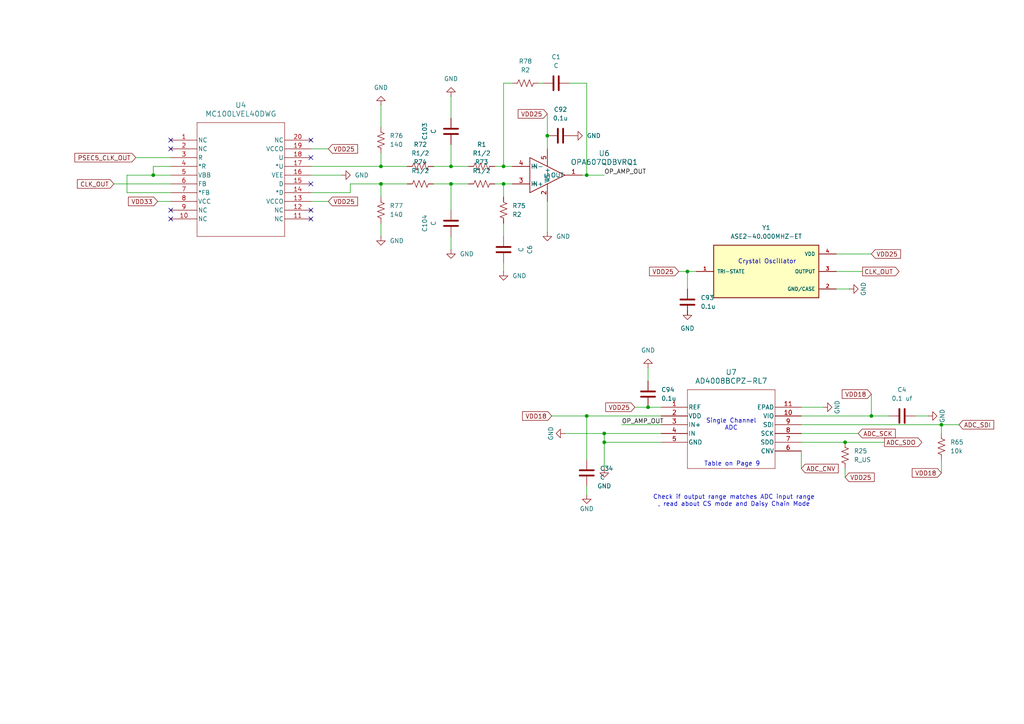
<source format=kicad_sch>
(kicad_sch (version 20231120) (generator "eeschema") (generator_version "8.0")
  (paper "A4")
  (lib_symbols
    (symbol "2024-09-19_16-57-49:OPA607QDBVRQ1" (pin_names (offset 0.254))
      (property "Reference" "U6" (at 26.67 3.7786 0))
      (property "Value" "OPA607QDBVRQ1" (at 26.67 1.2386 0))
      (symbol "OPA607QDBVRQ1_0_1"
        (polyline (pts (xy 5.08 -7.62) (xy 5.08 2.54)) (stroke (width 0.2032)))
        (polyline (pts (xy 5.08 -7.62) (xy 15.24 -2.54)) (stroke (width 0.2032)))
        (polyline (pts (xy 5.08 2.54) (xy 15.24 -2.54)) (stroke (width 0.2032)))
        (polyline (pts (xy 5.842 -5.08) (xy 6.858 -5.08)) (stroke (width 0.2032)))
        (polyline (pts (xy 5.842 0) (xy 6.858 0)) (stroke (width 0.2032)))
        (polyline (pts (xy 6.35 -4.572) (xy 6.35 -5.588)) (stroke (width 0.2032)))
        (pin unspecified line (at 20.32 -2.54 180) (length 5.08) (name "OUT") (number "1"))
        (pin power_in line (at 10.16 -10.16 90) (length 5.08) (name "VS-") (number "2"))
        (pin input line (at 0 -5.08 0) (length 5.08) (name "IN+") (number "3"))
        (pin tri_state line (at 0 0 0) (length 5.08) (name "IN-") (number "4"))
        (pin input line (at 10.16 5.08 270) (length 5.08) (name "VS+") (number "5"))
      )
    )
    (symbol "2024-10-12_17-30-36:AD4008BCPZ-RL7" (pin_names (offset 0.254))
      (property "Reference" "U7" (at 20.32 10.16 0))
      (property "Value" "AD4008BCPZ-RL7" (at 20.32 7.62 0))
      (symbol "AD4008BCPZ-RL7_0_1"
        (polyline (pts (xy 7.62 -17.78) (xy 33.02 -17.78)) (stroke (width 0.127)))
        (polyline (pts (xy 7.62 5.08) (xy 7.62 -17.78)) (stroke (width 0.127)))
        (polyline (pts (xy 33.02 -17.78) (xy 33.02 5.08)) (stroke (width 0.127)))
        (polyline (pts (xy 33.02 5.08) (xy 7.62 5.08)) (stroke (width 0.127)))
        (pin unspecified line (at 0 0 0) (length 7.62) (name "REF") (number "1"))
        (pin unspecified line (at 40.64 -2.54 180) (length 7.62) (name "VIO") (number "10"))
        (pin unspecified line (at 40.64 0 180) (length 7.62) (name "EPAD") (number "11"))
        (pin input line (at 0 -2.54 0) (length 7.62) (name "VDD") (number "2"))
        (pin input line (at 0 -5.08 0) (length 7.62) (name "IN+") (number "3"))
        (pin unspecified line (at 0 -7.62 0) (length 7.62) (name "IN") (number "4"))
        (pin power_out line (at 0 -10.16 0) (length 7.62) (name "GND") (number "5"))
        (pin unspecified line (at 40.64 -12.7 180) (length 7.62) (name "CNV") (number "6"))
        (pin unspecified line (at 40.64 -10.16 180) (length 7.62) (name "SDO") (number "7"))
        (pin unspecified line (at 40.64 -7.62 180) (length 7.62) (name "SCK") (number "8"))
        (pin unspecified line (at 40.64 -5.08 180) (length 7.62) (name "SDI") (number "9"))
      )
    )
    (symbol "ASE2-40.000MHZ-ET:ASE2-40.000MHZ-ET" (pin_names (offset 1.016))
      (property "Reference" "Y1" (at 0 12.7 0))
      (property "Value" "ASE2-40.000MHZ-ET" (at 0 10.16 0))
      (symbol "ASE2-40.000MHZ-ET_0_0"
        (rectangle (start -15.24 -7.62) (end 15.24 7.62) (stroke (width 0.254)) (fill (type background)))
        (pin passive line (at -20.32 0 0) (length 5.08) (name "TRI-STATE") (number "1"))
        (pin power_in line (at 20.32 -5.08 180) (length 5.08) (name "GND/CASE") (number "2"))
        (pin output line (at 20.32 0 180) (length 5.08) (name "OUTPUT") (number "3"))
        (pin input line (at 20.32 5.08 180) (length 5.08) (name "VDD") (number "4"))
      )
    )
    (symbol "Device:C" (pin_numbers hide) (pin_names (offset 0.254))
      (property "Reference" "C" (at 0.635 2.54 0))
      (property "Value" "C" (at 0.635 -2.54 0))
      (symbol "C_0_1"
        (polyline (pts (xy -2.032 -0.762) (xy 2.032 -0.762)) (stroke (width 0.508)))
        (polyline (pts (xy -2.032 0.762) (xy 2.032 0.762)) (stroke (width 0.508)))
      )
      (symbol "C_1_1"
        (pin passive line (at 0 3.81 270) (length 2.794) (name "~") (number "1"))
        (pin passive line (at 0 -3.81 90) (length 2.794) (name "~") (number "2"))
      )
    )
    (symbol "Device:R_US" (pin_numbers hide) (pin_names (offset 0))
      (property "Reference" "R" (at 2.54 0 90))
      (property "Value" "R_US" (at -2.54 0 90))
      (symbol "R_US_0_1"
        (polyline (pts (xy 0 -2.286) (xy 0 -2.54)))
        (polyline (pts (xy 0 2.286) (xy 0 2.54)))
        (polyline (pts (xy 0 -0.762) (xy 1.016 -1.143) (xy 0 -1.524) (xy -1.016 -1.905) (xy 0 -2.286)))
        (polyline (pts (xy 0 0.762) (xy 1.016 0.381) (xy 0 0) (xy -1.016 -0.381) (xy 0 -0.762)))
        (polyline (pts (xy 0 2.286) (xy 1.016 1.905) (xy 0 1.524) (xy -1.016 1.143) (xy 0 0.762)))
      )
      (symbol "R_US_1_1"
        (pin passive line (at 0 3.81 270) (length 1.27) (name "~") (number "1"))
        (pin passive line (at 0 -3.81 90) (length 1.27) (name "~") (number "2"))
      )
    )
    (symbol "MC100LVEL40DWG_B:MC100LVEL40DWG" (pin_names (offset 0.254))
      (property "Reference" "U" (at 20.32 10.16 0))
      (property "Value" "MC100LVEL40DWG" (at 20.32 7.62 0))
      (symbol "MC100LVEL40DWG_0_1"
        (polyline (pts (xy 7.62 -27.94) (xy 33.02 -27.94)) (stroke (width 0.127)))
        (polyline (pts (xy 7.62 5.08) (xy 7.62 -27.94)) (stroke (width 0.127)))
        (polyline (pts (xy 33.02 -27.94) (xy 33.02 5.08)) (stroke (width 0.127)))
        (polyline (pts (xy 33.02 5.08) (xy 7.62 5.08)) (stroke (width 0.127)))
        (pin no_connect line (at 0 0 0) (length 7.62) (name "NC") (number "1"))
        (pin no_connect line (at 0 -22.86 0) (length 7.62) (name "NC") (number "10"))
        (pin no_connect line (at 40.64 -22.86 180) (length 7.62) (name "NC") (number "11"))
        (pin no_connect line (at 40.64 -20.32 180) (length 7.62) (name "NC") (number "12"))
        (pin power_in line (at 40.64 -17.78 180) (length 7.62) (name "VCCO") (number "13"))
        (pin output line (at 40.64 -15.24 180) (length 7.62) (name "*D") (number "14"))
        (pin output line (at 40.64 -12.7 180) (length 7.62) (name "D") (number "15"))
        (pin power_in line (at 40.64 -10.16 180) (length 7.62) (name "VEE") (number "16"))
        (pin output line (at 40.64 -7.62 180) (length 7.62) (name "*U") (number "17"))
        (pin output line (at 40.64 -5.08 180) (length 7.62) (name "U") (number "18"))
        (pin power_in line (at 40.64 -2.54 180) (length 7.62) (name "VCCO") (number "19"))
        (pin no_connect line (at 0 -2.54 0) (length 7.62) (name "NC") (number "2"))
        (pin no_connect line (at 40.64 0 180) (length 7.62) (name "NC") (number "20"))
        (pin input line (at 0 -5.08 0) (length 7.62) (name "R") (number "3"))
        (pin input line (at 0 -7.62 0) (length 7.62) (name "*R") (number "4"))
        (pin power_in line (at 0 -10.16 0) (length 7.62) (name "VBB") (number "5"))
        (pin input line (at 0 -12.7 0) (length 7.62) (name "FB") (number "6"))
        (pin input line (at 0 -15.24 0) (length 7.62) (name "*FB") (number "7"))
        (pin power_in line (at 0 -17.78 0) (length 7.62) (name "VCC") (number "8"))
        (pin no_connect line (at 0 -20.32 0) (length 7.62) (name "NC") (number "9"))
      )
    )
    (symbol "power:GND" (power) (pin_numbers hide) (pin_names (offset 0) hide)
      (property "Value" "GND" (at 0 -3.81 0))
      (symbol "GND_0_1"
        (polyline (pts (xy 0 0) (xy 0 -1.27) (xy 1.27 -1.27) (xy 0 -2.54) (xy -1.27 -1.27) (xy 0 -1.27)))
      )
      (symbol "GND_1_1"
        (pin power_in line (at 0 0 270) (length 0) (name "~") (number "1"))
      )
    )
  )
  (junction (at 158.75 39.37))
  (junction (at 199.39 78.74))
  (junction (at 170.18 50.8))
  (junction (at 175.26 125.73))
  (junction (at 130.81 53.34))
  (junction (at 130.81 48.26))
  (junction (at 187.96 118.11))
  (junction (at 245.11 128.27))
  (junction (at 110.49 53.34))
  (junction (at 110.49 48.26))
  (junction (at 44.45 50.8))
  (junction (at 170.18 120.65))
  (junction (at 273.05 123.19))
  (junction (at 146.05 48.26))
  (junction (at 252.73 120.65))
  (junction (at 146.05 53.34))
  (junction (at 175.26 128.27))
  (no_connect (at 90.17 53.34))
  (no_connect (at 49.53 63.5))
  (no_connect (at 90.17 40.64))
  (no_connect (at 90.17 63.5))
  (no_connect (at 90.17 45.72))
  (no_connect (at 90.17 60.96))
  (no_connect (at 49.53 40.64))
  (no_connect (at 49.53 60.96))
  (no_connect (at 49.53 43.18))
  (wire (pts (xy 158.75 39.37) (xy 158.75 43.18)))
  (wire (pts (xy 39.37 45.72) (xy 49.53 45.72)))
  (wire (pts (xy 110.49 53.34) (xy 110.49 57.15)))
  (wire (pts (xy 232.41 120.65) (xy 252.73 120.65)))
  (wire (pts (xy 146.05 24.13) (xy 148.59 24.13)))
  (wire (pts (xy 232.41 125.73) (xy 248.92 125.73)))
  (wire (pts (xy 170.18 120.65) (xy 191.77 120.65)))
  (wire (pts (xy 110.49 53.34) (xy 118.11 53.34)))
  (wire (pts (xy 143.51 48.26) (xy 146.05 48.26)))
  (wire (pts (xy 130.81 68.58) (xy 130.81 72.39)))
  (wire (pts (xy 273.05 123.19) (xy 278.13 123.19)))
  (wire (pts (xy 187.96 118.11) (xy 191.77 118.11)))
  (wire (pts (xy 199.39 78.74) (xy 201.93 78.74)))
  (wire (pts (xy 187.96 106.68) (xy 187.96 110.49)))
  (wire (pts (xy 168.91 50.8) (xy 170.18 50.8)))
  (wire (pts (xy 146.05 53.34) (xy 148.59 53.34)))
  (wire (pts (xy 130.81 27.94) (xy 130.81 34.29)))
  (wire (pts (xy 90.17 58.42) (xy 95.25 58.42)))
  (wire (pts (xy 242.57 73.66) (xy 252.73 73.66)))
  (wire (pts (xy 199.39 83.82) (xy 199.39 78.74)))
  (wire (pts (xy 90.17 55.88) (xy 101.6 55.88)))
  (wire (pts (xy 90.17 50.8) (xy 99.06 50.8)))
  (wire (pts (xy 163.83 125.73) (xy 175.26 125.73)))
  (wire (pts (xy 101.6 53.34) (xy 110.49 53.34)))
  (wire (pts (xy 252.73 120.65) (xy 257.81 120.65)))
  (wire (pts (xy 175.26 128.27) (xy 175.26 135.89)))
  (wire (pts (xy 130.81 48.26) (xy 135.89 48.26)))
  (wire (pts (xy 265.43 120.65) (xy 269.24 120.65)))
  (wire (pts (xy 110.49 64.77) (xy 110.49 68.58)))
  (wire (pts (xy 232.41 128.27) (xy 245.11 128.27)))
  (wire (pts (xy 158.75 33.02) (xy 158.75 39.37)))
  (wire (pts (xy 273.05 133.35) (xy 273.05 137.16)))
  (wire (pts (xy 130.81 53.34) (xy 135.89 53.34)))
  (wire (pts (xy 196.85 78.74) (xy 199.39 78.74)))
  (wire (pts (xy 143.51 53.34) (xy 146.05 53.34)))
  (wire (pts (xy 170.18 140.97) (xy 170.18 143.51)))
  (wire (pts (xy 146.05 76.2) (xy 146.05 78.74)))
  (wire (pts (xy 184.15 118.11) (xy 187.96 118.11)))
  (wire (pts (xy 125.73 53.34) (xy 130.81 53.34)))
  (wire (pts (xy 175.26 128.27) (xy 191.77 128.27)))
  (wire (pts (xy 90.17 43.18) (xy 95.25 43.18)))
  (wire (pts (xy 125.73 48.26) (xy 130.81 48.26)))
  (wire (pts (xy 49.53 55.88) (xy 36.83 55.88)))
  (wire (pts (xy 242.57 83.82) (xy 246.38 83.82)))
  (wire (pts (xy 110.49 48.26) (xy 118.11 48.26)))
  (wire (pts (xy 90.17 48.26) (xy 110.49 48.26)))
  (wire (pts (xy 146.05 53.34) (xy 146.05 57.15)))
  (wire (pts (xy 160.02 120.65) (xy 170.18 120.65)))
  (wire (pts (xy 170.18 24.13) (xy 170.18 50.8)))
  (wire (pts (xy 175.26 128.27) (xy 175.26 125.73)))
  (wire (pts (xy 245.11 135.89) (xy 245.11 138.43)))
  (wire (pts (xy 156.21 24.13) (xy 157.48 24.13)))
  (wire (pts (xy 130.81 53.34) (xy 130.81 60.96)))
  (wire (pts (xy 36.83 50.8) (xy 44.45 50.8)))
  (wire (pts (xy 110.49 30.48) (xy 110.49 36.83)))
  (wire (pts (xy 44.45 48.26) (xy 44.45 50.8)))
  (wire (pts (xy 49.53 48.26) (xy 44.45 48.26)))
  (wire (pts (xy 252.73 114.3) (xy 252.73 120.65)))
  (wire (pts (xy 273.05 125.73) (xy 273.05 123.19)))
  (wire (pts (xy 165.1 24.13) (xy 170.18 24.13)))
  (wire (pts (xy 44.45 50.8) (xy 49.53 50.8)))
  (wire (pts (xy 245.11 128.27) (xy 256.54 128.27)))
  (wire (pts (xy 33.02 53.34) (xy 49.53 53.34)))
  (wire (pts (xy 232.41 123.19) (xy 273.05 123.19)))
  (wire (pts (xy 146.05 48.26) (xy 148.59 48.26)))
  (wire (pts (xy 45.72 58.42) (xy 49.53 58.42)))
  (wire (pts (xy 36.83 55.88) (xy 36.83 50.8)))
  (wire (pts (xy 146.05 64.77) (xy 146.05 68.58)))
  (wire (pts (xy 180.34 123.19) (xy 191.77 123.19)))
  (wire (pts (xy 110.49 44.45) (xy 110.49 48.26)))
  (wire (pts (xy 130.81 41.91) (xy 130.81 48.26)))
  (wire (pts (xy 199.39 91.44) (xy 199.39 90.17)))
  (wire (pts (xy 101.6 55.88) (xy 101.6 53.34)))
  (wire (pts (xy 175.26 125.73) (xy 191.77 125.73)))
  (wire (pts (xy 170.18 50.8) (xy 175.26 50.8)))
  (wire (pts (xy 242.57 78.74) (xy 250.19 78.74)))
  (wire (pts (xy 170.18 120.65) (xy 170.18 133.35)))
  (wire (pts (xy 158.75 67.31) (xy 158.75 58.42)))
  (wire (pts (xy 232.41 130.81) (xy 232.41 135.89)))
  (wire (pts (xy 146.05 24.13) (xy 146.05 48.26)))
  (wire (pts (xy 232.41 118.11) (xy 238.76 118.11)))
  (text "Single Channel\nADC" (at 212.09 123.19 0) (effects (font (size 1.27 1.27))))
  (text "Table on Page 9" (at 212.344 134.62 0) (effects (font (size 1.27 1.27))))
  (text "Check if output range matches ADC input range\n, read about CS mode and Daisy Chain Mode" (at 212.852 145.288 0) (effects (font (size 1.27 1.27))))
  (text "Crystal Oscillator\n" (at 222.504 75.946 0) (effects (font (size 1.27 1.27))))
  (label "OP_AMP_OUT" (at 175.26 50.8 0))
  (label "OP_AMP_OUT" (at 180.34 123.19 0))
  (global_label "VDD25" (shape input) (at 158.75 33.02 180) (property "Intersheetrefs" "${INTERSHEET_REFS}" (effects (hide yes))))
  (global_label "VDD25" (shape input) (at 95.25 58.42 0) (property "Intersheetrefs" "${INTERSHEET_REFS}" (effects (hide yes))))
  (global_label "ADC_CNV" (shape input) (at 232.41 135.89 0) (property "Intersheetrefs" "${INTERSHEET_REFS}" (effects (hide yes))))
  (global_label "CLK_OUT" (shape output) (at 250.19 78.74 0) (property "Intersheetrefs" "${INTERSHEET_REFS}" (effects (hide yes))))
  (global_label "VDD25" (shape input) (at 95.25 43.18 0) (property "Intersheetrefs" "${INTERSHEET_REFS}" (effects (hide yes))))
  (global_label "VDD25" (shape input) (at 245.11 138.43 0) (property "Intersheetrefs" "${INTERSHEET_REFS}" (effects (hide yes))))
  (global_label "CLK_OUT" (shape input) (at 33.02 53.34 180) (property "Intersheetrefs" "${INTERSHEET_REFS}" (effects (hide yes))))
  (global_label "ADC_SDI" (shape input) (at 278.13 123.19 0) (property "Intersheetrefs" "${INTERSHEET_REFS}" (effects (hide yes))))
  (global_label "PSEC5_CLK_OUT" (shape input) (at 39.37 45.72 180) (property "Intersheetrefs" "${INTERSHEET_REFS}" (effects (hide yes))))
  (global_label "VDD25" (shape input) (at 184.15 118.11 180) (property "Intersheetrefs" "${INTERSHEET_REFS}" (effects (hide yes))))
  (global_label "ADC_SDO" (shape output) (at 256.54 128.27 0) (property "Intersheetrefs" "${INTERSHEET_REFS}" (effects (hide yes))))
  (global_label "VDD25" (shape input) (at 252.73 73.66 0) (property "Intersheetrefs" "${INTERSHEET_REFS}" (effects (hide yes))))
  (global_label "VDD33" (shape input) (at 45.72 58.42 180) (property "Intersheetrefs" "${INTERSHEET_REFS}" (effects (hide yes))))
  (global_label "VDD18" (shape input) (at 252.73 114.3 180) (property "Intersheetrefs" "${INTERSHEET_REFS}" (effects (hide yes))))
  (global_label "VDD25" (shape input) (at 196.85 78.74 180) (property "Intersheetrefs" "${INTERSHEET_REFS}" (effects (hide yes))))
  (global_label "VDD18" (shape input) (at 160.02 120.65 180) (property "Intersheetrefs" "${INTERSHEET_REFS}" (effects (hide yes))))
  (global_label "VDD18" (shape input) (at 273.05 137.16 180) (property "Intersheetrefs" "${INTERSHEET_REFS}" (effects (hide yes))))
  (global_label "ADC_SCK" (shape input) (at 248.92 125.73 0) (property "Intersheetrefs" "${INTERSHEET_REFS}" (effects (hide yes))))
  (symbol (lib_id "power:GND") (at 130.81 27.94 180) (unit 1)
    (property "Reference" "#PWR0100" (effects (hide yes)))
    (property "Value" "GND" (at 130.81 22.86 0))
    (property "Description" "Power symbol creates a global label with name \"GND\" , ground" (effects (hide yes)))
  )
  (symbol (lib_id "Device:R_US") (at 245.11 132.08 180) (unit 1)
    (property "Reference" "R25" (at 247.65 130.8099 0) (effects (justify right)))
    (property "Value" "R_US" (at 247.65 133.3499 0) (effects (justify right)))
    (property "Footprint" "Capacitor_SMD:C_0603_1608Metric" (effects (hide yes)))
    (property "Description" "Resistor, US symbol" (effects (hide yes)))
  )
  (symbol (lib_id "ASE2-40.000MHZ-ET:ASE2-40.000MHZ-ET") (at 222.25 78.74 0) (unit 1)
    (property "Reference" "Y1" (at 222.25 66.04 0))
    (property "Value" "ASE2-40.000MHZ-ET" (at 222.25 68.58 0))
    (property "Footprint" "ASE2_40_000MHZ_E_T:XTAL_ASE2-40.000MHZ-ET" (effects (hide yes)))
    (property "PARTREV" "08.06.14" (effects (hide yes)))
    (property "STANDARD" "Manufacturer Recommendations" (effects (hide yes)))
    (property "SNAPEDA_PN" "ASE2-40.000MHZ-ET" (effects (hide yes)))
    (property "MAXIMUM_PACKAGE_HEIGHT" "1.2 mm" (effects (hide yes)))
    (property "MANUFACTURER" "Abracon" (effects (hide yes)))
  )
  (symbol (lib_id "Device:R_US") (at 121.92 48.26 270) (unit 1)
    (property "Reference" "R72" (at 121.92 41.91 90))
    (property "Value" "R1/2" (at 121.92 44.45 90))
    (property "Footprint" "Resistor_SMD:R_0603_1608Metric" (effects (hide yes)))
    (property "Description" "Resistor, US symbol" (effects (hide yes)))
  )
  (symbol (lib_id "power:GND") (at 187.96 106.68 180) (unit 1)
    (property "Reference" "#PWR091" (effects (hide yes)))
    (property "Value" "GND" (at 187.96 101.6 0))
    (property "Description" "Power symbol creates a global label with name \"GND\" , ground" (effects (hide yes)))
  )
  (symbol (lib_id "power:GND") (at 175.26 135.89 0) (unit 1)
    (property "Reference" "#PWR021" (effects (hide yes)))
    (property "Value" "GND" (at 175.26 140.97 0))
    (property "Description" "Power symbol creates a global label with name \"GND\" , ground" (effects (hide yes)))
  )
  (symbol (lib_id "power:GND") (at 158.75 67.31 0) (unit 1)
    (property "Reference" "#PWR043" (effects (hide yes)))
    (property "Value" "GND" (at 161.29 68.5799 0) (effects (justify left)))
    (property "Description" "Power symbol creates a global label with name \"GND\" , ground" (effects (hide yes)))
  )
  (symbol (lib_id "Device:R_US") (at 139.7 53.34 270) (unit 1)
    (property "Reference" "R73" (at 139.7 46.99 90))
    (property "Value" "R1/2" (at 139.7 49.53 90))
    (property "Footprint" "Resistor_SMD:R_0603_1608Metric" (effects (hide yes)))
    (property "Description" "Resistor, US symbol" (effects (hide yes)))
  )
  (symbol (lib_id "2024-10-12_17-30-36:AD4008BCPZ-RL7") (at 191.77 118.11 0) (unit 1)
    (property "Reference" "U7" (at 212.09 107.95 0) (effects (font (size 1.524 1.524))))
    (property "Value" "AD4008BCPZ-RL7" (at 212.09 110.49 0) (effects (font (size 1.524 1.524))))
    (property "Footprint" "AD4008BCPZ-RL7:CP_10_9_ADI" (effects (hide yes)))
    (property "Datasheet" "AD4008BCPZ-RL7" (effects (hide yes)))
  )
  (symbol (lib_id "power:GND") (at 170.18 143.51 0) (unit 1)
    (property "Reference" "#PWR022" (effects (hide yes)))
    (property "Value" "GND" (at 170.18 147.574 0))
    (property "Description" "Power symbol creates a global label with name \"GND\" , ground" (effects (hide yes)))
  )
  (symbol (lib_id "MC100LVEL40DWG_B:MC100LVEL40DWG") (at 49.53 40.64 0) (unit 1)
    (property "Reference" "U4" (at 69.85 30.48 0) (effects (font (size 1.524 1.524))))
    (property "Value" "MC100LVEL40DWG" (at 69.85 33.02 0) (effects (font (size 1.524 1.524))))
    (property "Footprint" "MC100LVEL40DWG:SOP65P640X120-20N" (effects (hide yes)))
    (property "Datasheet" "MC100LVEL40DWG" (effects (hide yes)))
  )
  (symbol (lib_id "power:GND") (at 246.38 83.82 90) (unit 1)
    (property "Reference" "#PWR039" (effects (hide yes)))
    (property "Value" "GND" (at 250.444 83.82 0))
    (property "Description" "Power symbol creates a global label with name \"GND\" , ground" (effects (hide yes)))
  )
  (symbol (lib_id "power:GND") (at 130.81 72.39 0) (unit 1)
    (property "Reference" "#PWR096" (effects (hide yes)))
    (property "Value" "GND" (at 133.35 73.6599 0) (effects (justify left)))
    (property "Description" "Power symbol creates a global label with name \"GND\" , ground" (effects (hide yes)))
  )
  (symbol (lib_id "power:GND") (at 238.76 118.11 90) (unit 1)
    (property "Reference" "#PWR086" (effects (hide yes)))
    (property "Value" "GND" (at 242.824 118.11 0))
    (property "Description" "Power symbol creates a global label with name \"GND\" , ground" (effects (hide yes)))
  )
  (symbol (lib_id "Device:C") (at 130.81 38.1 0) (unit 1)
    (property "Reference" "C103" (at 123.19 38.1 90))
    (property "Value" "C" (at 125.73 38.1 90))
    (property "Footprint" "Capacitor_SMD:C_0603_1608Metric" (effects (hide yes)))
    (property "Description" "Unpolarized capacitor" (effects (hide yes)))
  )
  (symbol (lib_id "Device:C") (at 261.62 120.65 270) (unit 1)
    (property "Reference" "C4" (at 261.62 113.03 90))
    (property "Value" "0.1 uf" (at 261.62 115.57 90))
    (property "Footprint" "Capacitor_SMD:C_0603_1608Metric" (effects (hide yes)))
    (property "Description" "Unpolarized capacitor" (effects (hide yes)))
  )
  (symbol (lib_id "Device:C") (at 170.18 137.16 0) (unit 1)
    (property "Reference" "C34" (at 173.99 135.8899 0) (effects (justify left)))
    (property "Value" "C" (at 173.99 138.4299 0) (effects (justify left)))
    (property "Footprint" "Capacitor_SMD:C_0603_1608Metric" (effects (hide yes)))
    (property "Description" "Unpolarized capacitor" (effects (hide yes)))
  )
  (symbol (lib_id "power:GND") (at 99.06 50.8 90) (unit 1)
    (property "Reference" "#PWR041" (effects (hide yes)))
    (property "Value" "GND" (at 102.87 50.7999 90) (effects (justify right)))
    (property "Description" "Power symbol creates a global label with name \"GND\" , ground" (effects (hide yes)))
  )
  (symbol (lib_id "Device:R_US") (at 146.05 60.96 180) (unit 1)
    (property "Reference" "R75" (at 148.59 59.6899 0) (effects (justify right)))
    (property "Value" "R2" (at 148.59 62.2299 0) (effects (justify right)))
    (property "Footprint" "Resistor_SMD:R_0603_1608Metric" (effects (hide yes)))
    (property "Description" "Resistor, US symbol" (effects (hide yes)))
  )
  (symbol (lib_id "Device:C") (at 161.29 24.13 270) (unit 1)
    (property "Reference" "C1" (at 161.29 16.51 90))
    (property "Value" "C" (at 161.29 19.05 90))
    (property "Footprint" "Capacitor_SMD:C_0603_1608Metric" (effects (hide yes)))
    (property "Description" "Unpolarized capacitor" (effects (hide yes)))
  )
  (symbol (lib_id "Device:C") (at 187.96 114.3 180) (unit 1)
    (property "Reference" "C94" (at 191.77 113.0299 0) (effects (justify right)))
    (property "Value" "0.1u" (at 191.77 115.5699 0) (effects (justify right)))
    (property "Footprint" "Capacitor_SMD:C_0603_1608Metric" (effects (hide yes)))
    (property "Description" "Unpolarized capacitor" (effects (hide yes)))
  )
  (symbol (lib_id "power:GND") (at 269.24 120.65 90) (unit 1)
    (property "Reference" "#PWR085" (effects (hide yes)))
    (property "Value" "GND" (at 273.304 120.65 0))
    (property "Description" "Power symbol creates a global label with name \"GND\" , ground" (effects (hide yes)))
  )
  (symbol (lib_id "power:GND") (at 163.83 125.73 270) (unit 1)
    (property "Reference" "#PWR089" (effects (hide yes)))
    (property "Value" "GND" (at 159.766 125.73 0))
    (property "Description" "Power symbol creates a global label with name \"GND\" , ground" (effects (hide yes)))
  )
  (symbol (lib_id "Device:R_US") (at 139.7 48.26 270) (unit 1)
    (property "Reference" "R1" (at 139.7 41.91 90))
    (property "Value" "R1/2" (at 139.7 44.45 90))
    (property "Footprint" "Resistor_SMD:R_0603_1608Metric" (effects (hide yes)))
    (property "Description" "Resistor, US symbol" (effects (hide yes)))
  )
  (symbol (lib_id "power:GND") (at 110.49 30.48 180) (unit 1)
    (property "Reference" "#PWR0109" (effects (hide yes)))
    (property "Value" "GND" (at 110.49 25.4 0))
    (property "Description" "Power symbol creates a global label with name \"GND\" , ground" (effects (hide yes)))
  )
  (symbol (lib_id "Device:C") (at 130.81 64.77 0) (unit 1)
    (property "Reference" "C104" (at 123.19 64.77 90))
    (property "Value" "C" (at 125.73 64.77 90))
    (property "Footprint" "Capacitor_SMD:C_0603_1608Metric" (effects (hide yes)))
    (property "Description" "Unpolarized capacitor" (effects (hide yes)))
  )
  (symbol (lib_id "power:GND") (at 166.37 39.37 90) (unit 1)
    (property "Reference" "#PWR04" (effects (hide yes)))
    (property "Value" "GND" (at 170.18 39.3699 90) (effects (justify right)))
    (property "Description" "Power symbol creates a global label with name \"GND\" , ground" (effects (hide yes)))
  )
  (symbol (lib_id "Device:C") (at 199.39 87.63 180) (unit 1)
    (property "Reference" "C93" (at 203.2 86.3599 0) (effects (justify right)))
    (property "Value" "0.1u" (at 203.2 88.8999 0) (effects (justify right)))
    (property "Footprint" "Capacitor_SMD:C_0603_1608Metric" (effects (hide yes)))
    (property "Description" "Unpolarized capacitor" (effects (hide yes)))
  )
  (symbol (lib_id "Device:R_US") (at 110.49 60.96 180) (unit 1)
    (property "Reference" "R77" (at 113.03 59.6899 0) (effects (justify right)))
    (property "Value" "140" (at 113.03 62.2299 0) (effects (justify right)))
    (property "Footprint" "Resistor_SMD:R_0603_1608Metric" (effects (hide yes)))
    (property "Description" "Resistor, US symbol" (effects (hide yes)))
  )
  (symbol (lib_id "Device:C") (at 162.56 39.37 270) (unit 1)
    (property "Reference" "C92" (at 162.56 31.75 90))
    (property "Value" "0.1u" (at 162.56 34.29 90))
    (property "Footprint" "Capacitor_SMD:C_0603_1608Metric" (effects (hide yes)))
    (property "Description" "Unpolarized capacitor" (effects (hide yes)))
  )
  (symbol (lib_id "power:GND") (at 110.49 68.58 0) (unit 1)
    (property "Reference" "#PWR0108" (effects (hide yes)))
    (property "Value" "GND" (at 113.03 69.8499 0) (effects (justify left)))
    (property "Description" "Power symbol creates a global label with name \"GND\" , ground" (effects (hide yes)))
  )
  (symbol (lib_id "Device:R_US") (at 121.92 53.34 270) (unit 1)
    (property "Reference" "R74" (at 121.92 46.99 90))
    (property "Value" "R1/2" (at 121.92 49.53 90))
    (property "Footprint" "Resistor_SMD:R_0603_1608Metric" (effects (hide yes)))
    (property "Description" "Resistor, US symbol" (effects (hide yes)))
  )
  (symbol (lib_id "Device:R_US") (at 152.4 24.13 270) (unit 1)
    (property "Reference" "R78" (at 152.4 17.78 90))
    (property "Value" "R2" (at 152.4 20.32 90))
    (property "Footprint" "Resistor_SMD:R_0603_1608Metric" (effects (hide yes)))
    (property "Description" "Resistor, US symbol" (effects (hide yes)))
  )
  (symbol (lib_id "2024-09-19_16-57-49:OPA607QDBVRQ1") (at 148.59 48.26 0) (unit 1)
    (property "Reference" "U6" (at 175.26 44.4814 0) (effects (font (size 1.524 1.524))))
    (property "Value" "OPA607QDBVRQ1" (at 175.26 47.0214 0) (effects (font (size 1.524 1.524))))
    (property "Footprint" "footprints:DBV0005A-IPC_A" (effects (hide yes)))
    (property "Datasheet" "OPA607QDBVRQ1" (effects (hide yes)))
  )
  (symbol (lib_id "Device:R_US") (at 273.05 129.54 180) (unit 1)
    (property "Reference" "R65" (at 275.59 128.2699 0) (effects (justify right)))
    (property "Value" "10k" (at 275.59 130.8099 0) (effects (justify right)))
    (property "Footprint" "Resistor_SMD:R_0603_1608Metric" (effects (hide yes)))
    (property "Description" "Resistor, US symbol" (effects (hide yes)))
  )
  (symbol (lib_id "Device:R_US") (at 110.49 40.64 0) (unit 1)
    (property "Reference" "R76" (at 113.03 39.3699 0) (effects (justify left)))
    (property "Value" "140" (at 113.03 41.9099 0) (effects (justify left)))
    (property "Footprint" "Resistor_SMD:R_0603_1608Metric" (effects (hide yes)))
    (property "Description" "Resistor, US symbol" (effects (hide yes)))
  )
  (symbol (lib_id "power:GND") (at 199.39 90.17 0) (unit 1)
    (property "Reference" "#PWR07" (effects (hide yes)))
    (property "Value" "GND" (at 199.39 95.25 0))
    (property "Description" "Power symbol creates a global label with name \"GND\" , ground" (effects (hide yes)))
  )
  (symbol (lib_id "power:GND") (at 146.05 78.74 0) (unit 1)
    (property "Reference" "#PWR090" (effects (hide yes)))
    (property "Value" "GND" (at 148.59 80.0099 0) (effects (justify left)))
    (property "Description" "Power symbol creates a global label with name \"GND\" , ground" (effects (hide yes)))
  )
  (symbol (lib_id "Device:C") (at 146.05 72.39 180) (unit 1)
    (property "Reference" "C6" (at 153.67 72.39 90))
    (property "Value" "C" (at 151.13 72.39 90))
    (property "Footprint" "Capacitor_SMD:C_0603_1608Metric" (effects (hide yes)))
    (property "Description" "Unpolarized capacitor" (effects (hide yes)))
  )
)
</source>
